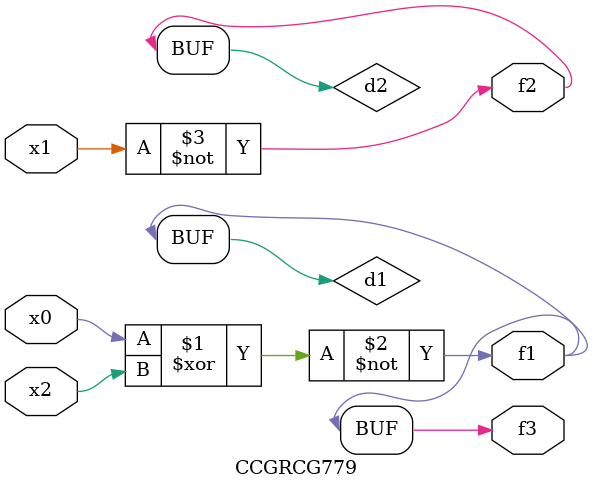
<source format=v>
module CCGRCG779(
	input x0, x1, x2,
	output f1, f2, f3
);

	wire d1, d2, d3;

	xnor (d1, x0, x2);
	nand (d2, x1);
	nor (d3, x1, x2);
	assign f1 = d1;
	assign f2 = d2;
	assign f3 = d1;
endmodule

</source>
